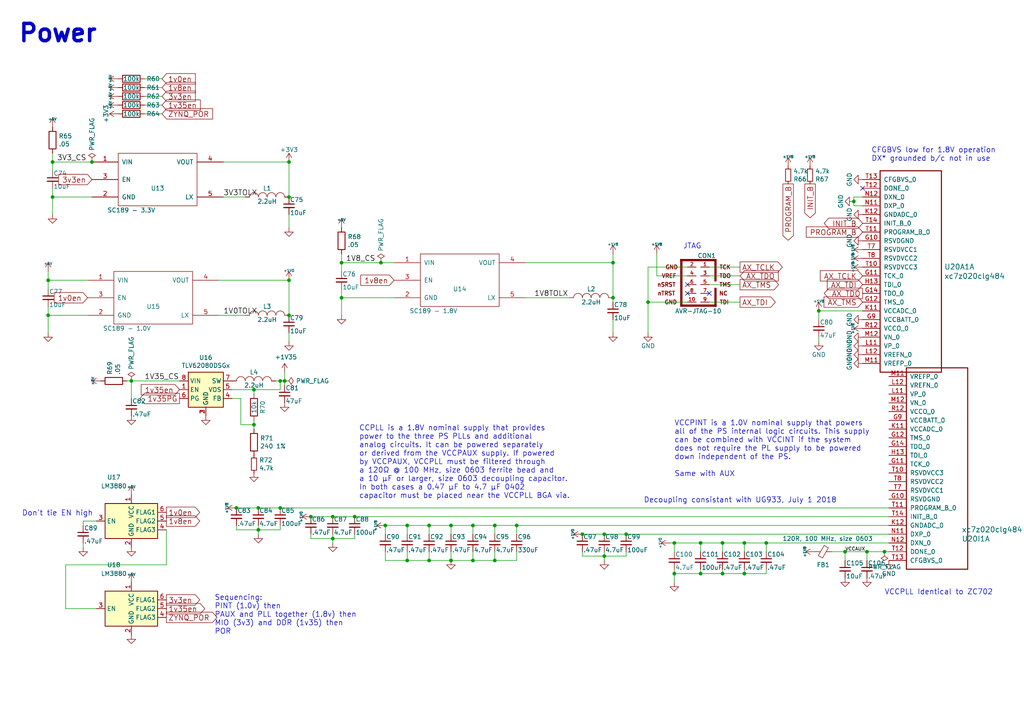
<source format=kicad_sch>
(kicad_sch (version 20231120) (generator "eeschema") (generator_version "8.0")
  (paper "A4")
  (junction (at 74.93 153.67))
  (junction (at 209.55 157.48))
  (junction (at 175.26 154.94))
  (junction (at 15.24 46.99))
  (junction (at 99.06 86.36))
  (junction (at 175.26 161.29))
  (junction (at 118.11 162.56))
  (junction (at 83.82 91.44))
  (junction (at 137.16 162.56))
  (junction (at 195.58 157.48))
  (junction (at 83.82 46.99))
  (junction (at 110.49 76.2))
  (junction (at 143.51 162.56))
  (junction (at 187.96 87.63))
  (junction (at 143.51 152.4))
  (junction (at 118.11 152.4))
  (junction (at 177.8 76.2))
  (junction (at 195.58 166.37))
  (junction (at 96.52 156.21))
  (junction (at 209.55 166.37))
  (junction (at 81.28 147.32))
  (junction (at 247.65 58.42))
  (junction (at 237.49 90.17))
  (junction (at 96.52 149.86))
  (junction (at 177.8 86.36))
  (junction (at 15.24 57.15))
  (junction (at 13.97 81.28))
  (junction (at 149.86 152.4))
  (junction (at 222.25 157.48))
  (junction (at 81.28 110.49))
  (junction (at 26.67 46.99))
  (junction (at 82.55 110.49))
  (junction (at 256.54 160.02))
  (junction (at 245.11 160.02))
  (junction (at 130.81 162.56))
  (junction (at 99.06 76.2))
  (junction (at 215.9 157.48))
  (junction (at 68.58 147.32))
  (junction (at 90.17 149.86))
  (junction (at 83.82 57.15))
  (junction (at 102.87 149.86))
  (junction (at 203.2 166.37))
  (junction (at 124.46 152.4))
  (junction (at 73.66 113.03))
  (junction (at 83.82 81.28))
  (junction (at 130.81 152.4))
  (junction (at 38.1 110.49))
  (junction (at 111.76 152.4))
  (junction (at 13.97 91.44))
  (junction (at 137.16 152.4))
  (junction (at 215.9 166.37))
  (junction (at 124.46 162.56))
  (junction (at 203.2 157.48))
  (junction (at 73.66 123.19))
  (junction (at 251.46 160.02))
  (junction (at 168.91 154.94))
  (junction (at 181.61 154.94))
  (junction (at 74.93 147.32))
  (no_connect (at 199.39 85.09))
  (no_connect (at 250.19 54.61))
  (no_connect (at 199.39 82.55))
  (no_connect (at 205.74 85.09))
  (wire (pts (xy 68.58 152.4) (xy 68.58 153.67)))
  (wire (pts (xy 143.51 152.4) (xy 149.86 152.4)))
  (wire (pts (xy 46.99 33.02) (xy 41.91 33.02)))
  (wire (pts (xy 175.26 161.29) (xy 175.26 162.56)))
  (wire (pts (xy 152.4 86.36) (xy 165.1 86.36)))
  (wire (pts (xy 96.52 156.21) (xy 96.52 154.94)))
  (wire (pts (xy 130.81 162.56) (xy 137.16 162.56)))
  (wire (pts (xy 203.2 157.48) (xy 209.55 157.48)))
  (wire (pts (xy 38.1 115.57) (xy 38.1 110.49)))
  (wire (pts (xy 111.76 162.56) (xy 118.11 162.56)))
  (wire (pts (xy 215.9 166.37) (xy 215.9 165.1)))
  (wire (pts (xy 222.25 157.48) (xy 222.25 160.02)))
  (wire (pts (xy 110.49 76.2) (xy 114.3 76.2)))
  (wire (pts (xy 68.58 153.67) (xy 74.93 153.67)))
  (wire (pts (xy 48.26 153.67) (xy 48.26 163.83)))
  (wire (pts (xy 181.61 161.29) (xy 181.61 160.02)))
  (wire (pts (xy 73.66 114.3) (xy 73.66 113.03)))
  (wire (pts (xy 69.85 123.19) (xy 73.66 123.19)))
  (wire (pts (xy 96.52 156.21) (xy 96.52 157.48)))
  (wire (pts (xy 124.46 152.4) (xy 130.81 152.4)))
  (wire (pts (xy 247.65 58.42) (xy 247.65 59.69)))
  (wire (pts (xy 73.66 123.19) (xy 73.66 121.92)))
  (wire (pts (xy 74.93 153.67) (xy 81.28 153.67)))
  (wire (pts (xy 13.97 81.28) (xy 13.97 83.82)))
  (wire (pts (xy 46.99 27.94) (xy 41.91 27.94)))
  (wire (pts (xy 195.58 166.37) (xy 203.2 166.37)))
  (wire (pts (xy 83.82 81.28) (xy 83.82 91.44)))
  (wire (pts (xy 82.55 110.49) (xy 82.55 107.95)))
  (wire (pts (xy 15.24 57.15) (xy 15.24 62.23)))
  (wire (pts (xy 74.93 153.67) (xy 74.93 152.4)))
  (wire (pts (xy 13.97 78.74) (xy 13.97 81.28)))
  (wire (pts (xy 27.94 151.13) (xy 24.13 151.13)))
  (wire (pts (xy 214.63 77.47) (xy 205.74 77.47)))
  (wire (pts (xy 46.99 22.86) (xy 41.91 22.86)))
  (wire (pts (xy 74.93 147.32) (xy 81.28 147.32)))
  (wire (pts (xy 73.66 124.46) (xy 73.66 123.19)))
  (wire (pts (xy 90.17 156.21) (xy 96.52 156.21)))
  (wire (pts (xy 215.9 157.48) (xy 222.25 157.48)))
  (wire (pts (xy 247.65 59.69) (xy 250.19 59.69)))
  (wire (pts (xy 209.55 157.48) (xy 209.55 160.02)))
  (wire (pts (xy 99.06 86.36) (xy 99.06 91.44)))
  (wire (pts (xy 245.11 160.02) (xy 245.11 162.56)))
  (wire (pts (xy 187.96 87.63) (xy 187.96 96.52)))
  (wire (pts (xy 15.24 46.99) (xy 15.24 49.53)))
  (wire (pts (xy 19.05 176.53) (xy 27.94 176.53)))
  (wire (pts (xy 83.82 62.23) (xy 83.82 66.04)))
  (wire (pts (xy 130.81 160.02) (xy 130.81 162.56)))
  (wire (pts (xy 41.91 30.48) (xy 46.99 30.48)))
  (wire (pts (xy 118.11 160.02) (xy 118.11 162.56)))
  (wire (pts (xy 168.91 160.02) (xy 168.91 161.29)))
  (wire (pts (xy 222.25 166.37) (xy 222.25 165.1)))
  (wire (pts (xy 250.19 57.15) (xy 247.65 57.15)))
  (wire (pts (xy 137.16 162.56) (xy 143.51 162.56)))
  (wire (pts (xy 24.13 157.48) (xy 24.13 158.75)))
  (wire (pts (xy 251.46 160.02) (xy 251.46 162.56)))
  (wire (pts (xy 247.65 57.15) (xy 247.65 58.42)))
  (wire (pts (xy 83.82 46.99) (xy 83.82 57.15)))
  (wire (pts (xy 168.91 161.29) (xy 175.26 161.29)))
  (wire (pts (xy 194.31 157.48) (xy 195.58 157.48)))
  (wire (pts (xy 237.49 90.17) (xy 237.49 92.71)))
  (wire (pts (xy 13.97 91.44) (xy 13.97 96.52)))
  (wire (pts (xy 74.93 153.67) (xy 74.93 154.94)))
  (wire (pts (xy 203.2 166.37) (xy 203.2 165.1)))
  (wire (pts (xy 214.63 82.55) (xy 205.74 82.55)))
  (wire (pts (xy 118.11 152.4) (xy 124.46 152.4)))
  (wire (pts (xy 83.82 96.52) (xy 83.82 99.06)))
  (wire (pts (xy 64.77 46.99) (xy 83.82 46.99)))
  (wire (pts (xy 90.17 149.86) (xy 96.52 149.86)))
  (wire (pts (xy 67.31 115.57) (xy 69.85 115.57)))
  (wire (pts (xy 187.96 77.47) (xy 187.96 87.63)))
  (wire (pts (xy 13.97 88.9) (xy 13.97 91.44)))
  (wire (pts (xy 124.46 154.94) (xy 124.46 152.4)))
  (wire (pts (xy 102.87 156.21) (xy 102.87 154.94)))
  (wire (pts (xy 13.97 91.44) (xy 25.4 91.44)))
  (wire (pts (xy 195.58 160.02) (xy 195.58 157.48)))
  (wire (pts (xy 241.3 160.02) (xy 245.11 160.02)))
  (wire (pts (xy 81.28 147.32) (xy 257.81 147.32)))
  (wire (pts (xy 143.51 162.56) (xy 149.86 162.56)))
  (wire (pts (xy 215.9 157.48) (xy 215.9 160.02)))
  (wire (pts (xy 15.24 54.61) (xy 15.24 57.15)))
  (wire (pts (xy 48.26 163.83) (xy 19.05 163.83)))
  (wire (pts (xy 149.86 162.56) (xy 149.86 160.02)))
  (wire (pts (xy 199.39 80.01) (xy 190.5 80.01)))
  (wire (pts (xy 257.81 160.02) (xy 256.54 160.02)))
  (wire (pts (xy 38.1 110.49) (xy 52.07 110.49)))
  (wire (pts (xy 111.76 160.02) (xy 111.76 162.56)))
  (wire (pts (xy 73.66 113.03) (xy 81.28 113.03)))
  (wire (pts (xy 250.19 90.17) (xy 237.49 90.17)))
  (wire (pts (xy 143.51 160.02) (xy 143.51 162.56)))
  (wire (pts (xy 99.06 76.2) (xy 110.49 76.2)))
  (wire (pts (xy 209.55 166.37) (xy 209.55 165.1)))
  (wire (pts (xy 90.17 154.94) (xy 90.17 156.21)))
  (wire (pts (xy 71.12 57.15) (xy 64.77 57.15)))
  (wire (pts (xy 124.46 160.02) (xy 124.46 162.56)))
  (wire (pts (xy 152.4 76.2) (xy 177.8 76.2)))
  (wire (pts (xy 96.52 156.21) (xy 102.87 156.21)))
  (wire (pts (xy 15.24 44.45) (xy 15.24 46.99)))
  (wire (pts (xy 67.31 113.03) (xy 73.66 113.03)))
  (wire (pts (xy 177.8 92.71) (xy 177.8 96.52)))
  (wire (pts (xy 63.5 91.44) (xy 71.12 91.44)))
  (wire (pts (xy 137.16 160.02) (xy 137.16 162.56)))
  (wire (pts (xy 68.58 147.32) (xy 74.93 147.32)))
  (wire (pts (xy 118.11 152.4) (xy 118.11 154.94)))
  (wire (pts (xy 222.25 157.48) (xy 257.81 157.48)))
  (wire (pts (xy 124.46 162.56) (xy 130.81 162.56)))
  (wire (pts (xy 130.81 152.4) (xy 137.16 152.4)))
  (wire (pts (xy 199.39 77.47) (xy 187.96 77.47)))
  (wire (pts (xy 181.61 154.94) (xy 257.81 154.94)))
  (wire (pts (xy 190.5 80.01) (xy 190.5 73.66)))
  (wire (pts (xy 215.9 166.37) (xy 222.25 166.37)))
  (wire (pts (xy 99.06 83.82) (xy 99.06 86.36)))
  (wire (pts (xy 175.26 154.94) (xy 181.61 154.94)))
  (wire (pts (xy 203.2 157.48) (xy 203.2 160.02)))
  (wire (pts (xy 199.39 87.63) (xy 187.96 87.63)))
  (wire (pts (xy 195.58 166.37) (xy 195.58 168.91)))
  (wire (pts (xy 137.16 152.4) (xy 143.51 152.4)))
  (wire (pts (xy 256.54 160.02) (xy 251.46 160.02)))
  (wire (pts (xy 214.63 80.01) (xy 205.74 80.01)))
  (wire (pts (xy 24.13 151.13) (xy 24.13 152.4)))
  (wire (pts (xy 143.51 154.94) (xy 143.51 152.4)))
  (wire (pts (xy 15.24 57.15) (xy 26.67 57.15)))
  (wire (pts (xy 81.28 110.49) (xy 82.55 110.49)))
  (wire (pts (xy 13.97 81.28) (xy 25.4 81.28)))
  (wire (pts (xy 149.86 152.4) (xy 149.86 154.94)))
  (wire (pts (xy 82.55 110.49) (xy 82.55 111.76)))
  (wire (pts (xy 99.06 76.2) (xy 99.06 78.74)))
  (wire (pts (xy 209.55 166.37) (xy 215.9 166.37)))
  (wire (pts (xy 175.26 161.29) (xy 175.26 160.02)))
  (wire (pts (xy 99.06 86.36) (xy 114.3 86.36)))
  (wire (pts (xy 177.8 73.66) (xy 177.8 76.2)))
  (wire (pts (xy 81.28 153.67) (xy 81.28 152.4)))
  (wire (pts (xy 99.06 73.66) (xy 99.06 76.2)))
  (wire (pts (xy 118.11 162.56) (xy 124.46 162.56)))
  (wire (pts (xy 41.91 25.4) (xy 46.99 25.4)))
  (wire (pts (xy 195.58 165.1) (xy 195.58 166.37)))
  (wire (pts (xy 111.76 152.4) (xy 118.11 152.4)))
  (wire (pts (xy 177.8 86.36) (xy 177.8 87.63)))
  (wire (pts (xy 168.91 154.94) (xy 175.26 154.94)))
  (wire (pts (xy 80.01 110.49) (xy 81.28 110.49)))
  (wire (pts (xy 237.49 97.79) (xy 237.49 99.06)))
  (wire (pts (xy 36.83 110.49) (xy 38.1 110.49)))
  (wire (pts (xy 130.81 154.94) (xy 130.81 152.4)))
  (wire (pts (xy 214.63 87.63) (xy 205.74 87.63)))
  (wire (pts (xy 111.76 154.94) (xy 111.76 152.4)))
  (wire (pts (xy 149.86 152.4) (xy 257.81 152.4)))
  (wire (pts (xy 96.52 149.86) (xy 102.87 149.86)))
  (wire (pts (xy 15.24 46.99) (xy 26.67 46.99)))
  (wire (pts (xy 102.87 149.86) (xy 257.81 149.86)))
  (wire (pts (xy 137.16 154.94) (xy 137.16 152.4)))
  (wire (pts (xy 245.11 160.02) (xy 251.46 160.02)))
  (wire (pts (xy 63.5 81.28) (xy 83.82 81.28)))
  (wire (pts (xy 81.28 113.03) (xy 81.28 110.49)))
  (wire (pts (xy 19.05 163.83) (xy 19.05 176.53)))
  (wire (pts (xy 69.85 115.57) (xy 69.85 123.19)))
  (wire (pts (xy 175.26 161.29) (xy 181.61 161.29)))
  (wire (pts (xy 203.2 166.37) (xy 209.55 166.37)))
  (wire (pts (xy 209.55 157.48) (xy 215.9 157.48)))
  (wire (pts (xy 195.58 157.48) (xy 203.2 157.48)))
  (wire (pts (xy 177.8 76.2) (xy 177.8 86.36)))
  (text "Sequencing: \nPINT (1.0v) then \nPAUX and PLL together (1.8v) then\nMIO (3v3) and DDR (1v35) then\nPOR" (at 62.23 184.15 0) (effects (font (size 1.524 1.524)) (justify left bottom)))
  (text "Don't tie EN high" (at 6.35 149.86 0) (effects (font (size 1.5494 1.5494)) (justify left bottom)))
  (text "Power" (at 5.08 12.7 0) (effects (font (size 5.0038 5.0038) (thickness 1.0008) (bold yes)) (justify left bottom)))
  (text "VCCPLL Identical to ZC702" (at 256.54 172.72 0) (effects (font (size 1.524 1.524)) (justify left bottom)))
  (text "VCCPINT is a 1.0V nominal supply that powers \nall of the PS internal logic circuits. This supply \ncan be combined with VCCINT if the system \ndoes not require the PL supply to be powered \ndown independent of the PS.\n\nSame with AUX" (at 195.58 138.43 0) (effects (font (size 1.524 1.524)) (justify left bottom)))
  (text "CCPLL is a 1.8V nominal supply that provides \npower to the three PS PLLs and additional\nanalog circuits. It can be powered separately \nor derived from the VCCPAUX supply. If powered\nby VCCPAUX, VCCPLL must be filtered through \na 120Ω @ 100 MHz, size 0603 ferrite bead and\na 10 µF or larger, size 0603 decoupling capacitor. \nIn both cases a 0.47 µF to 4.7 µF 0402\ncapacitor must be placed near the VCCPLL BGA via. " (at 104.14 144.78 0) (effects (font (size 1.524 1.524)) (justify left bottom)))
  (text "CFGBVS low for 1.8V operation\nDX* grounded b/c not in use" (at 252.73 46.99 0) (effects (font (size 1.524 1.524)) (justify left bottom)))
  (text "JTAG" (at 198.12 72.39 0) (effects (font (size 1.524 1.524)) (justify left bottom)))
  (text "Decoupling consistant with UG933, July 1 2018" (at 186.69 146.05 0) (effects (font (size 1.524 1.524)) (justify left bottom)))
  (label "1V8TOLX" (at 154.94 86.36 0) (effects (font (size 1.524 1.524))))
  (label "3V3_CS" (at 16.51 46.99 0) (effects (font (size 1.524 1.524))))
  (label "VCCAUX" (at 245.11 160.02 0) (effects (font (size 0.9906 0.9906))))
  (label "1V8_CS" (at 100.33 76.2 0) (effects (font (size 1.524 1.524))))
  (label "3V3TOLX" (at 64.77 57.15 0) (effects (font (size 1.524 1.524))))
  (label "1V35_CS" (at 41.91 110.49 0) (effects (font (size 1.524 1.524))))
  (label "1V0TOLX" (at 64.77 91.44 0) (effects (font (size 1.524 1.524))))
  (global_label "INIT_B" (shape bidirectional) (at 250.19 64.77 180) (effects (font (size 1.524 1.524))) (property "Intersheetrefs" "${INTERSHEET_REFS}" (effects (hide yes))))
  (global_label "1v0en" (shape output) (at 48.26 148.59 0) (effects (font (size 1.524 1.524))) (property "Intersheetrefs" "${INTERSHEET_REFS}" (effects (hide yes))))
  (global_label "1v0en" (shape input) (at 25.4 86.36 180) (effects (font (size 1.524 1.524))) (property "Intersheetrefs" "${INTERSHEET_REFS}" (effects (hide yes))))
  (global_label "AX_TCLK" (shape output) (at 214.63 77.47 0) (effects (font (size 1.524 1.524))) (property "Intersheetrefs" "${INTERSHEET_REFS}" (effects (hide yes))))
  (global_label "ZYNQ_POR" (shape input) (at 46.99 33.02 0) (effects (font (size 1.524 1.524))) (property "Intersheetrefs" "${INTERSHEET_REFS}" (effects (hide yes))))
  (global_label "1v35en" (shape input) (at 46.99 30.48 0) (effects (font (size 1.524 1.524))) (property "Intersheetrefs" "${INTERSHEET_REFS}" (effects (hide yes))))
  (global_label "INIT_B" (shape output) (at 234.95 53.34 270) (effects (font (size 1.524 1.524))) (property "Intersheetrefs" "${INTERSHEET_REFS}" (effects (hide yes))))
  (global_label "ZYNQ_POR" (shape output) (at 48.26 179.07 0) (effects (font (size 1.524 1.524))) (property "Intersheetrefs" "${INTERSHEET_REFS}" (effects (hide yes))))
  (global_label "AX_TDO" (shape output) (at 250.19 85.09 180) (effects (font (size 1.524 1.524))) (property "Intersheetrefs" "${INTERSHEET_REFS}" (effects (hide yes))))
  (global_label "3v3en" (shape output) (at 48.26 173.99 0) (effects (font (size 1.524 1.524))) (property "Intersheetrefs" "${INTERSHEET_REFS}" (effects (hide yes))))
  (global_label "1v35en" (shape output) (at 48.26 176.53 0) (effects (font (size 1.524 1.524))) (property "Intersheetrefs" "${INTERSHEET_REFS}" (effects (hide yes))))
  (global_label "1v35en" (shape input) (at 52.07 113.03 180) (effects (font (size 1.524 1.524))) (property "Intersheetrefs" "${INTERSHEET_REFS}" (effects (hide yes))))
  (global_label "1v35PG" (shape output) (at 52.07 115.57 180) (effects (font (size 1.524 1.524))) (property "Intersheetrefs" "${INTERSHEET_REFS}" (effects (hide yes))))
  (global_label "PROGRAM_B" (shape output) (at 228.6 53.34 270) (effects (font (size 1.524 1.524))) (property "Intersheetrefs" "${INTERSHEET_REFS}" (effects (hide yes))))
  (global_label "AX_TDI" (shape input) (at 250.19 82.55 180) (effects (font (size 1.524 1.524))) (property "Intersheetrefs" "${INTERSHEET_REFS}" (effects (hide yes))))
  (global_label "AX_TMS" (shape output) (at 214.63 82.55 0) (effects (font (size 1.524 1.524))) (property "Intersheetrefs" "${INTERSHEET_REFS}" (effects (hide yes))))
  (global_label "1v8en" (shape output) (at 48.26 151.13 0) (effects (font (size 1.524 1.524))) (property "Intersheetrefs" "${INTERSHEET_REFS}" (effects (hide yes))))
  (global_label "3v3en" (shape input) (at 26.67 52.07 180) (effects (font (size 1.524 1.524))) (property "Intersheetrefs" "${INTERSHEET_REFS}" (effects (hide yes))))
  (global_label "AX_TDI" (shape output) (at 214.63 87.63 0) (effects (font (size 1.524 1.524))) (property "Intersheetrefs" "${INTERSHEET_REFS}" (effects (hide yes))))
  (global_label "AX_TDO" (shape input) (at 214.63 80.01 0) (effects (font (size 1.524 1.524))) (property "Intersheetrefs" "${INTERSHEET_REFS}" (effects (hide yes))))
  (global_label "AX_TCLK" (shape input) (at 250.19 80.01 180) (effects (font (size 1.524 1.524))) (property "Intersheetrefs" "${INTERSHEET_REFS}" (effects (hide yes))))
  (global_label "3v3en" (shape input) (at 46.99 27.94 0) (effects (font (size 1.524 1.524))) (property "Intersheetrefs" "${INTERSHEET_REFS}" (effects (hide yes))))
  (global_label "AX_TMS" (shape input) (at 250.19 87.63 180) (effects (font (size 1.524 1.524))) (property "Intersheetrefs" "${INTERSHEET_REFS}" (effects (hide yes))))
  (global_label "1v8en" (shape input) (at 46.99 25.4 0) (effects (font (size 1.524 1.524))) (property "Intersheetrefs" "${INTERSHEET_REFS}" (effects (hide yes))))
  (global_label "1v8en" (shape input) (at 114.3 81.28 180) (effects (font (size 1.524 1.524))) (property "Intersheetrefs" "${INTERSHEET_REFS}" (effects (hide yes))))
  (global_label "PROGRAM_B" (shape input) (at 250.19 67.31 180) (effects (font (size 1.524 1.524))) (property "Intersheetrefs" "${INTERSHEET_REFS}" (effects (hide yes))))
  (global_label "1v0en" (shape input) (at 46.99 22.86 0) (effects (font (size 1.524 1.524))) (property "Intersheetrefs" "${INTERSHEET_REFS}" (effects (hide yes))))
  (symbol (lib_id "DFTBoard-rescue:AVR-JTAG-10-") (at 200.66 82.55 0) (mirror y) (unit 1)
    (property "Reference" "CON1" (at 204.978 74.168 0))
    (property "Value" "AVR-JTAG-10" (at 209.296 90.932 0) (effects (justify left bottom)))
    (property "Footprint" "DFTcustom:XilinxJTAG" (effects (hide yes)))
    (property "MFR" "DNS" (effects (hide yes)))
  )
  (symbol (lib_id "DFTBoard-rescue:GND-power") (at 187.96 96.52 0) (unit 1)
    (property "Reference" "#PWR0283" (effects (hide yes)))
    (property "Value" "GND" (at 187.96 100.33 0))
  )
  (symbol (lib_id "DFTBoard-rescue:+1V8-power") (at 190.5 73.66 0) (unit 1)
    (property "Reference" "#PWR0272" (effects (hide yes)))
    (property "Value" "+1V8" (at 190.5 70.866 0) (effects (font (size 0.762 0.762))))
  )
  (symbol (lib_id "Device:C_Small") (at 237.49 95.25 0) (unit 1)
    (property "Reference" "C80" (at 237.744 93.472 0) (effects (justify left)))
    (property "Value" "47uF" (at 237.744 97.282 0) (effects (justify left)))
    (property "Footprint" "Capacitor_SMD:C_0805_2012Metric" (effects (hide yes)))
    (property "MFR" "Murata" (effects (hide yes)))
    (property "MPN" "GRM219R60J476ME44D" (effects (hide yes)))
    (property "SPR" "Digikey" (effects (hide yes)))
    (property "SPN" "490-13249-1-ND" (effects (hide yes)))
  )
  (symbol (lib_id "DFTBoard-rescue:GND-power") (at 237.49 99.06 0) (unit 1)
    (property "Reference" "#PWR0286" (effects (hide yes)))
    (property "Value" "GND" (at 237.49 102.87 0))
  )
  (symbol (lib_id "DFTBoard-rescue:GND-power") (at 250.19 52.07 270) (unit 1)
    (property "Reference" "#PWR0263" (effects (hide yes)))
    (property "Value" "GND" (at 246.38 52.07 0))
  )
  (symbol (lib_id "DFTBoard-rescue:+1V8-power") (at 237.49 90.17 0) (unit 1)
    (property "Reference" "#PWR0277" (effects (hide yes)))
    (property "Value" "+1V8" (at 237.49 87.376 0) (effects (font (size 0.762 0.762))))
  )
  (symbol (lib_id "DFTBoard-rescue:+1V0-power") (at 194.31 157.48 90) (unit 1)
    (property "Reference" "#PWR0303" (effects (hide yes)))
    (property "Value" "+1V0" (at 191.516 157.48 0) (effects (font (size 0.762 0.762))))
  )
  (symbol (lib_id "Device:C_Small") (at 203.2 162.56 0) (unit 1)
    (property "Reference" "C101" (at 203.454 160.782 0) (effects (justify left)))
    (property "Value" "100uF" (at 203.454 164.592 0) (effects (justify left)))
    (property "Footprint" "Capacitor_SMD:C_1210_3225Metric" (effects (hide yes)))
    (property "MFR" "TAIYO YUDEN" (effects (hide yes)))
    (property "MPN" "JMK325ABJ107MM-P" (effects (hide yes)))
    (property "SPR" "Digikey" (effects (hide yes)))
    (property "SPN" "587-4313-1-ND" (effects (hide yes)))
  )
  (symbol (lib_id "DFTBoard-rescue:GND-power") (at 195.58 168.91 0) (unit 1)
    (property "Reference" "#PWR0313" (effects (hide yes)))
    (property "Value" "GND" (effects (hide yes)))
  )
  (symbol (lib_id "DFTBoard-rescue:GND-power") (at 257.81 162.56 0) (unit 1)
    (property "Reference" "#PWR0309" (effects (hide yes)))
    (property "Value" "GND" (at 257.81 166.37 0))
  )
  (symbol (lib_id "DFTBoard-rescue:SC189-") (at 133.35 81.28 0) (unit 1)
    (property "Reference" "U14" (at 133.35 83.82 0))
    (property "Value" "SC189 - 1.8V" (at 125.73 90.17 0))
    (property "Footprint" "Package_TO_SOT_SMD:SOT-23-5" (effects (hide yes)))
    (property "Datasheet" "DOCUMENTATION" (effects (hide yes)))
    (property "MFR" "Semtech Corporation" (effects (hide yes)))
    (property "MPN" "SC189LSKTRT" (effects (hide yes)))
    (property "SPR" "Digikey" (effects (hide yes)))
    (property "SPN" "SC189LSKCT-ND" (effects (hide yes)))
  )
  (symbol (lib_id "DFTBoard-rescue:SC189-") (at 45.72 52.07 0) (unit 1)
    (property "Reference" "U13" (at 45.72 54.61 0))
    (property "Value" "SC189 - 3.3V" (at 38.1 60.96 0))
    (property "Footprint" "Package_TO_SOT_SMD:SOT-23-5" (effects (hide yes)))
    (property "Datasheet" "DOCUMENTATION" (effects (hide yes)))
    (property "MFR" "Semtech Corporation" (effects (hide yes)))
    (property "MPN" "SC189ZSKTRT" (effects (hide yes)))
    (property "SPR" "Digikey" (effects (hide yes)))
    (property "SPN" "SC189ZSKCT-ND" (effects (hide yes)))
  )
  (symbol (lib_id "DFTBoard-rescue:SC189-") (at 44.45 86.36 0) (unit 1)
    (property "Reference" "U15" (at 44.45 88.9 0))
    (property "Value" "SC189 - 1.0V" (at 36.83 95.25 0))
    (property "Footprint" "Package_TO_SOT_SMD:SOT-23-5" (effects (hide yes)))
    (property "Datasheet" "DOCUMENTATION" (effects (hide yes)))
    (property "MFR" "Semtech Corporation" (effects (hide yes)))
    (property "MPN" "SC189ASKTRT" (effects (hide yes)))
    (property "SPR" "Digikey" (effects (hide yes)))
    (property "SPN" "SC189ASKCT-ND" (effects (hide yes)))
  )
  (symbol (lib_id "DFTBoard-rescue:GND-power") (at 13.97 96.52 0) (unit 1)
    (property "Reference" "#PWR0281" (effects (hide yes)))
    (property "Value" "GND" (effects (hide yes)))
  )
  (symbol (lib_id "Device:C_Small") (at 15.24 52.07 0) (unit 1)
    (property "Reference" "C74" (at 15.494 50.292 0) (effects (justify left)))
    (property "Value" "10uF" (at 15.494 54.102 0) (effects (justify left)))
    (property "Footprint" "Capacitor_SMD:C_0603_1608Metric" (effects (hide yes)))
    (property "MFR" "Murata" (effects (hide yes)))
    (property "MPN" "GRM188R61A106KE69J" (effects (hide yes)))
    (property "SPR" "Digikey" (effects (hide yes)))
    (property "SPN" "490-14372-1-ND" (effects (hide yes)))
  )
  (symbol (lib_id "Device:C_Small") (at 99.06 81.28 0) (unit 1)
    (property "Reference" "C76" (at 99.314 79.502 0) (effects (justify left)))
    (property "Value" "10uF" (at 99.314 83.312 0) (effects (justify left)))
    (property "Footprint" "Capacitor_SMD:C_0603_1608Metric" (effects (hide yes)))
    (property "MFR" "Murata" (effects (hide yes)))
    (property "MPN" "GRM188R61A106KE69J" (effects (hide yes)))
    (property "SPR" "Digikey" (effects (hide yes)))
    (property "SPN" "490-14372-1-ND" (effects (hide yes)))
  )
  (symbol (lib_id "Device:C_Small") (at 13.97 86.36 0) (unit 1)
    (property "Reference" "C77" (at 14.224 84.582 0) (effects (justify left)))
    (property "Value" "10uF" (at 14.224 88.392 0) (effects (justify left)))
    (property "Footprint" "Capacitor_SMD:C_0603_1608Metric" (effects (hide yes)))
    (property "MFR" "Murata" (effects (hide yes)))
    (property "MPN" "GRM188R61A106KE69J" (effects (hide yes)))
    (property "SPR" "Digikey" (effects (hide yes)))
    (property "SPN" "490-14372-1-ND" (effects (hide yes)))
  )
  (symbol (lib_id "Device:C_Small") (at 83.82 59.69 0) (unit 1)
    (property "Reference" "C75" (at 84.074 57.912 0) (effects (justify left)))
    (property "Value" "10uF" (at 84.074 61.722 0) (effects (justify left)))
    (property "Footprint" "Capacitor_SMD:C_0603_1608Metric" (effects (hide yes)))
    (property "MFR" "Murata" (effects (hide yes)))
    (property "MPN" "GRM188R61A106KE69J" (effects (hide yes)))
    (property "SPR" "Digikey" (effects (hide yes)))
    (property "SPN" "490-14372-1-ND" (effects (hide yes)))
  )
  (symbol (lib_id "Device:C_Small") (at 83.82 93.98 0) (unit 1)
    (property "Reference" "C79" (at 84.074 92.202 0) (effects (justify left)))
    (property "Value" "10uF" (at 84.074 96.012 0) (effects (justify left)))
    (property "Footprint" "Capacitor_SMD:C_0603_1608Metric" (effects (hide yes)))
    (property "MFR" "Murata" (effects (hide yes)))
    (property "MPN" "GRM188R61A106KE69J" (effects (hide yes)))
    (property "SPR" "Digikey" (effects (hide yes)))
    (property "SPN" "490-14372-1-ND" (effects (hide yes)))
  )
  (symbol (lib_id "Device:C_Small") (at 177.8 90.17 0) (unit 1)
    (property "Reference" "C78" (at 178.054 88.392 0) (effects (justify left)))
    (property "Value" "10uF" (at 178.054 92.202 0) (effects (justify left)))
    (property "Footprint" "Capacitor_SMD:C_0603_1608Metric" (effects (hide yes)))
    (property "MFR" "Murata" (effects (hide yes)))
    (property "MPN" "GRM188R61A106KE69J" (effects (hide yes)))
    (property "SPR" "Digikey" (effects (hide yes)))
    (property "SPN" "490-14372-1-ND" (effects (hide yes)))
  )
  (symbol (lib_id "DFTBoard-rescue:GND-power") (at 83.82 66.04 0) (unit 1)
    (property "Reference" "#PWR0267" (effects (hide yes)))
    (property "Value" "GND" (effects (hide yes)))
  )
  (symbol (lib_id "DFTBoard-rescue:GND-power") (at 83.82 99.06 0) (unit 1)
    (property "Reference" "#PWR0285" (effects (hide yes)))
    (property "Value" "GND" (effects (hide yes)))
  )
  (symbol (lib_id "DFTBoard-rescue:GND-power") (at 177.8 96.52 0) (unit 1)
    (property "Reference" "#PWR0282" (effects (hide yes)))
    (property "Value" "GND" (effects (hide yes)))
  )
  (symbol (lib_id "DFTBoard-rescue:+1V0-power") (at 83.82 81.28 0) (unit 1)
    (property "Reference" "#PWR0276" (effects (hide yes)))
    (property "Value" "+1V0" (at 83.82 78.486 0) (effects (font (size 0.762 0.762))))
  )
  (symbol (lib_id "DFTBoard-rescue:+1V8-power") (at 177.8 73.66 0) (unit 1)
    (property "Reference" "#PWR0271" (effects (hide yes)))
    (property "Value" "+1V8" (at 177.8 70.866 0) (effects (font (size 0.762 0.762))))
  )
  (symbol (lib_id "DFTBoard-rescue:INDUCTOR_SMALL_P-") (at 77.47 57.15 0) (unit 1)
    (property "Reference" "L1" (at 77.47 54.61 0))
    (property "Value" "2.2uH" (at 77.47 58.42 0))
    (property "Footprint" "Capacitor_SMD:C_1812_4532Metric" (effects (hide yes)))
    (property "MFR" "Murata" (effects (hide yes)))
    (property "MPN" "LQH43PN2R2M26L" (effects (hide yes)))
    (property "SPR" "Digikey" (effects (hide yes)))
    (property "SPN" "490-12049-1-ND" (effects (hide yes)))
  )
  (symbol (lib_id "DFTBoard-rescue:INDUCTOR_SMALL_P-") (at 77.47 91.44 0) (unit 1)
    (property "Reference" "L3" (at 77.47 88.9 0))
    (property "Value" "2.2uH" (at 77.47 92.71 0))
    (property "Footprint" "Capacitor_SMD:C_1812_4532Metric" (effects (hide yes)))
    (property "MFR" "Murata" (effects (hide yes)))
    (property "MPN" "LQH43PN2R2M26L" (effects (hide yes)))
    (property "SPR" "Digikey" (effects (hide yes)))
    (property "SPN" "490-12049-1-ND" (effects (hide yes)))
  )
  (symbol (lib_id "DFTBoard-rescue:INDUCTOR_SMALL_P-") (at 171.45 86.36 0) (unit 1)
    (property "Reference" "L2" (at 171.45 83.82 0))
    (property "Value" "2.2uH" (at 171.45 87.63 0))
    (property "Footprint" "Capacitor_SMD:C_1812_4532Metric" (effects (hide yes)))
    (property "MFR" "Murata" (effects (hide yes)))
    (property "MPN" "LQH43PN2R2M26L" (effects (hide yes)))
    (property "SPR" "Digikey" (effects (hide yes)))
    (property "SPN" "490-12049-1-ND" (effects (hide yes)))
  )
  (symbol (lib_id "DFTBoard-rescue:+3V3-power") (at 83.82 46.99 0) (unit 1)
    (property "Reference" "#PWR0260" (effects (hide yes)))
    (property "Value" "+3V3" (at 83.82 43.434 0))
  )
  (symbol (lib_id "DFTBoard-rescue:GND-power") (at 15.24 62.23 0) (unit 1)
    (property "Reference" "#PWR0265" (effects (hide yes)))
    (property "Value" "GND" (effects (hide yes)))
  )
  (symbol (lib_id "DFTBoard-rescue:GND-power") (at 99.06 91.44 0) (unit 1)
    (property "Reference" "#PWR0278" (effects (hide yes)))
    (property "Value" "GND" (effects (hide yes)))
  )
  (symbol (lib_id "Device:C_Small") (at 251.46 165.1 0) (unit 1)
    (property "Reference" "C106" (at 251.714 163.322 0) (effects (justify left)))
    (property "Value" ".47uF" (at 251.714 167.132 0) (effects (justify left)))
    (property "Footprint" "Capacitor_SMD:C_0402_1005Metric" (effects (hide yes)))
    (property "MFR" "Yageo" (effects (hide yes)))
    (property "MPN" "CC0402KRX5R5BB474" (effects (hide yes)))
    (property "SPR" "Digikey" (effects (hide yes)))
    (property "SPN" "311-1684-1-ND" (effects (hide yes)))
  )
  (symbol (lib_id "DFTBoard-rescue:GND-power") (at 251.46 167.64 0) (unit 1)
    (property "Reference" "#PWR0311" (effects (hide yes)))
    (property "Value" "GND" (effects (hide yes)))
  )
  (symbol (lib_id "DFTBoard-rescue:Ferrite_Bead_Small-Device") (at 238.76 160.02 270) (unit 1)
    (property "Reference" "FB1" (at 238.76 163.83 90))
    (property "Value" "120R, 100 MHz, size 0603" (at 240.03 156.21 90))
    (property "Footprint" "Capacitor_SMD:C_0603_1608Metric" (effects (hide yes)))
    (property "MFR" "Murata Electronics" (effects (hide yes)))
    (property "MPN" "BLM18AG121SN1D" (effects (hide yes)))
    (property "SPR" "Digikey" (effects (hide yes)))
    (property "SPN" "490-1011-1-ND" (effects (hide yes)))
    (property "SPURL" "-" (effects (hide yes)))
  )
  (symbol (lib_id "DFTBoard-rescue:+1V8-power") (at 236.22 160.02 90) (unit 1)
    (property "Reference" "#PWR0306" (effects (hide yes)))
    (property "Value" "+1V8" (at 233.426 160.02 0) (effects (font (size 0.762 0.762))))
  )
  (symbol (lib_id "Device:C_Small") (at 245.11 165.1 0) (unit 1)
    (property "Reference" "C105" (at 245.364 163.322 0) (effects (justify left)))
    (property "Value" "10uF" (at 245.364 167.132 0) (effects (justify left)))
    (property "Footprint" "Capacitor_SMD:C_0603_1608Metric" (effects (hide yes)))
    (property "MFR" "Murata" (effects (hide yes)))
    (property "MPN" "GRM188R61A106KE69J" (effects (hide yes)))
    (property "SPR" "Digikey" (effects (hide yes)))
    (property "SPN" "490-14372-1-ND" (effects (hide yes)))
  )
  (symbol (lib_id "DFTBoard-rescue:GND-power") (at 245.11 167.64 0) (unit 1)
    (property "Reference" "#PWR0310" (effects (hide yes)))
    (property "Value" "GND" (effects (hide yes)))
  )
  (symbol (lib_id "Device:C_Small") (at 149.86 157.48 0) (unit 1)
    (property "Reference" "C96" (at 150.114 155.702 0) (effects (justify left)))
    (property "Value" "330uF" (at 150.114 159.512 0) (effects (justify left)))
    (property "Footprint" "Capacitor_SMD:C_1206_3216Metric" (effects (hide yes)))
    (property "MFR" "AVX Corporation" (effects (hide yes)))
    (property "MPN" "F950G337MAAAQ2" (effects (hide yes)))
    (property "SPR" "Digikey" (effects (hide yes)))
    (property "SPN" "478-8378-1-ND" (effects (hide yes)))
    (property "SPURL" "-" (effects (hide yes)))
  )
  (symbol (lib_id "Device:C_Small") (at 143.51 157.48 0) (unit 1)
    (property "Reference" "C95" (at 143.764 155.702 0) (effects (justify left)))
    (property "Value" "4.7uF" (at 143.764 159.512 0) (effects (justify left)))
    (property "Footprint" "Capacitor_SMD:C_0402_1005Metric" (effects (hide yes)))
    (property "MFR" "Murata" (effects (hide yes)))
    (property "MPN" "GRM155R60G475ME47D" (effects (hide yes)))
    (property "SPR" "Digikey" (effects (hide yes)))
    (property "SPN" "490-11980-1-ND" (effects (hide yes)))
  )
  (symbol (lib_id "Device:C_Small") (at 137.16 157.48 0) (unit 1)
    (property "Reference" "C94" (at 137.414 155.702 0) (effects (justify left)))
    (property "Value" "4.7uF" (at 137.414 159.512 0) (effects (justify left)))
    (property "Footprint" "Capacitor_SMD:C_0402_1005Metric" (effects (hide yes)))
    (property "MFR" "Murata" (effects (hide yes)))
    (property "MPN" "GRM155R60G475ME47D" (effects (hide yes)))
    (property "SPR" "Digikey" (effects (hide yes)))
    (property "SPN" "490-11980-1-ND" (effects (hide yes)))
  )
  (symbol (lib_id "Device:C_Small") (at 130.81 157.48 0) (unit 1)
    (property "Reference" "C93" (at 131.064 155.702 0) (effects (justify left)))
    (property "Value" ".47uF" (at 131.064 159.512 0) (effects (justify left)))
    (property "Footprint" "Capacitor_SMD:C_0402_1005Metric" (effects (hide yes)))
    (property "MFR" "Yageo" (effects (hide yes)))
    (property "MPN" "CC0402KRX5R5BB474" (effects (hide yes)))
    (property "SPR" "Digikey" (effects (hide yes)))
    (property "SPN" "311-1684-1-ND" (effects (hide yes)))
  )
  (symbol (lib_id "Device:C_Small") (at 124.46 157.48 0) (unit 1)
    (property "Reference" "C92" (at 124.714 155.702 0) (effects (justify left)))
    (property "Value" ".47uF" (at 124.714 159.512 0) (effects (justify left)))
    (property "Footprint" "Capacitor_SMD:C_0402_1005Metric" (effects (hide yes)))
    (property "MFR" "Yageo" (effects (hide yes)))
    (property "MPN" "CC0402KRX5R5BB474" (effects (hide yes)))
    (property "SPR" "Digikey" (effects (hide yes)))
    (property "SPN" "311-1684-1-ND" (effects (hide yes)))
  )
  (symbol (lib_id "Device:C_Small") (at 118.11 157.48 0) (unit 1)
    (property "Reference" "C91" (at 118.364 155.702 0) (effects (justify left)))
    (property "Value" ".47uF" (at 118.364 159.512 0) (effects (justify left)))
    (property "Footprint" "Capacitor_SMD:C_0402_1005Metric" (effects (hide yes)))
    (property "MFR" "Yageo" (effects (hide yes)))
    (property "MPN" "CC0402KRX5R5BB474" (effects (hide yes)))
    (property "SPR" "Digikey" (effects (hide yes)))
    (property "SPN" "311-1684-1-ND" (effects (hide yes)))
  )
  (symbol (lib_id "Device:C_Small") (at 111.76 157.48 0) (unit 1)
    (property "Reference" "C90" (at 112.014 155.702 0) (effects (justify left)))
    (property "Value" ".47uF" (at 112.014 159.512 0) (effects (justify left)))
    (property "Footprint" "Capacitor_SMD:C_0402_1005Metric" (effects (hide yes)))
    (property "MFR" "Yageo" (effects (hide yes)))
    (property "MPN" "CC0402KRX5R5BB474" (effects (hide yes)))
    (property "SPR" "Digikey" (effects (hide yes)))
    (property "SPN" "311-1684-1-ND" (effects (hide yes)))
  )
  (symbol (lib_id "Device:C_Small") (at 209.55 162.56 0) (unit 1)
    (property "Reference" "C102" (at 209.804 160.782 0) (effects (justify left)))
    (property "Value" ".47uF" (at 209.804 164.592 0) (effects (justify left)))
    (property "Footprint" "Capacitor_SMD:C_0402_1005Metric" (effects (hide yes)))
    (property "MFR" "Yageo" (effects (hide yes)))
    (property "MPN" "CC0402KRX5R5BB474" (effects (hide yes)))
    (property "SPR" "Digikey" (effects (hide yes)))
    (property "SPN" "311-1684-1-ND" (effects (hide yes)))
  )
  (symbol (lib_id "Device:C_Small") (at 215.9 162.56 0) (unit 1)
    (property "Reference" "C103" (at 216.154 160.782 0) (effects (justify left)))
    (property "Value" ".47uF" (at 216.154 164.592 0) (effects (justify left)))
    (property "Footprint" "Capacitor_SMD:C_0402_1005Metric" (effects (hide yes)))
    (property "MFR" "Yageo" (effects (hide yes)))
    (property "MPN" "CC0402KRX5R5BB474" (effects (hide yes)))
    (property "SPR" "Digikey" (effects (hide yes)))
    (property "SPN" "311-1684-1-ND" (effects (hide yes)))
  )
  (symbol (lib_id "Device:C_Small") (at 222.25 162.56 0) (unit 1)
    (property "Reference" "C104" (at 222.504 160.782 0) (effects (justify left)))
    (property "Value" ".47uF" (at 222.504 164.592 0) (effects (justify left)))
    (property "Footprint" "Capacitor_SMD:C_0402_1005Metric" (effects (hide yes)))
    (property "MFR" "Yageo" (effects (hide yes)))
    (property "MPN" "CC0402KRX5R5BB474" (effects (hide yes)))
    (property "SPR" "Digikey" (effects (hide yes)))
    (property "SPN" "311-1684-1-ND" (effects (hide yes)))
  )
  (symbol (lib_id "Power_Supervisor:LM3880") (at 38.1 151.13 0) (unit 1)
    (property "Reference" "U17" (at 33.02 138.43 0))
    (property "Value" "LM3880" (at 33.02 140.97 0))
    (property "Footprint" "Package_TO_SOT_SMD:SOT-23-6" (effects (hide yes)))
    (property "Datasheet" "http://www.ti.com/lit/ds/symlink/lm3880.pdf" (effects (hide yes)))
    (property "MFR" "Texas Instruments" (effects (hide yes)))
    (property "MPN" "LM3880MF-1AE/NOPB" (effects (hide yes)))
    (property "SPR" "Digikey" (effects (hide yes)))
    (property "SPN" "LM3880MF-1AE/NOPBDKR-ND" (effects (hide yes)))
    (property "SPURL" "-" (effects (hide yes)))
  )
  (symbol (lib_id "Power_Supervisor:LM3880") (at 38.1 176.53 0) (unit 1)
    (property "Reference" "U18" (at 33.02 163.83 0))
    (property "Value" "LM3880" (at 33.02 166.37 0))
    (property "Footprint" "Package_TO_SOT_SMD:SOT-23-6" (effects (hide yes)))
    (property "Datasheet" "http://www.ti.com/lit/ds/symlink/lm3880.pdf" (effects (hide yes)))
    (property "MFR" "Texas Instruments" (effects (hide yes)))
    (property "MPN" "LM3880MF-1AE/NOPB" (effects (hide yes)))
    (property "SPR" "Digikey" (effects (hide yes)))
    (property "SPN" "LM3880MF-1AE/NOPBDKR-ND" (effects (hide yes)))
    (property "SPURL" "-" (effects (hide yes)))
  )
  (symbol (lib_id "DFTBoard-rescue:+5V-power") (at 38.1 143.51 0) (unit 1)
    (property "Reference" "#PWR0296" (effects (hide yes)))
    (property "Value" "+5V" (at 38.1 141.224 0) (effects (font (size 0.762 0.762))))
  )
  (symbol (lib_id "DFTBoard-rescue:+5V-power") (at 38.1 168.91 0) (unit 1)
    (property "Reference" "#PWR0312" (effects (hide yes)))
    (property "Value" "+5V" (at 38.1 166.624 0) (effects (font (size 0.762 0.762))))
  )
  (symbol (lib_id "DFTBoard-rescue:GND-power") (at 38.1 158.75 0) (unit 1)
    (property "Reference" "#PWR0305" (effects (hide yes)))
    (property "Value" "GND" (effects (hide yes)))
  )
  (symbol (lib_id "DFTBoard-rescue:GND-power") (at 38.1 184.15 0) (unit 1)
    (property "Reference" "#PWR0314" (effects (hide yes)))
    (property "Value" "GND" (effects (hide yes)))
  )
  (symbol (lib_id "Device:R_Small") (at 228.6 50.8 0) (mirror x) (unit 1)
    (property "Reference" "R66" (at 230.0986 51.9684 0) (effects (justify left)))
    (property "Value" "4.7k" (at 230.0986 49.657 0) (effects (justify left)))
    (property "Footprint" "Resistor_SMD:R_0402_1005Metric" (effects (hide yes)))
    (property "MFR" "Yageo" (effects (hide yes)))
    (property "MPN" "RC0402JR-074K7L" (effects (hide yes)))
    (property "SPR" "Digikey" (effects (hide yes)))
    (property "SPN" "311-4.7KJRCT-ND" (effects (hide yes)))
    (property "SPURL" "-" (effects (hide yes)))
  )
  (symbol (lib_id "DFTBoard-rescue:+5V-power") (at 99.06 66.04 0) (unit 1)
    (property "Reference" "#PWR0268" (effects (hide yes)))
    (property "Value" "+5V" (at 99.06 63.754 0) (effects (font (size 0.762 0.762))))
  )
  (symbol (lib_id "DFTBoard-rescue:+1V8-power") (at 228.6 48.26 0) (mirror y) (unit 1)
    (property "Reference" "#PWR0261" (effects (hide yes)))
    (property "Value" "+1V8" (at 228.6 45.466 0) (effects (font (size 0.762 0.762))))
  )
  (symbol (lib_id "DFTBoard-rescue:PWR_FLAG-power") (at 256.54 160.02 180) (unit 1)
    (property "Reference" "#FLG08" (effects (hide yes)))
    (property "Value" "PWR_FLAG" (at 256.54 164.4142 0))
  )
  (symbol (lib_id "Device:R") (at 38.1 22.86 90) (unit 1)
    (property "Reference" "R60" (at 44.45 22.86 90))
    (property "Value" "100k" (at 38.1 22.86 90))
    (property "Footprint" "Resistor_SMD:R_0402_1005Metric" (effects (hide yes)))
    (property "MFR" "Yageo" (effects (hide yes)))
    (property "MPN" "RC0402FR-07100KL" (effects (hide yes)))
    (property "SPR" "Digikey" (effects (hide yes)))
    (property "SPN" "311-100KLRTR-ND" (effects (hide yes)))
  )
  (symbol (lib_id "Device:R_Small") (at 234.95 50.8 0) (mirror x) (unit 1)
    (property "Reference" "R67" (at 236.4486 51.9684 0) (effects (justify left)))
    (property "Value" "4.7k" (at 236.4486 49.657 0) (effects (justify left)))
    (property "Footprint" "Resistor_SMD:R_0402_1005Metric" (effects (hide yes)))
    (property "MFR" "Yageo" (effects (hide yes)))
    (property "MPN" "RC0402JR-074K7L" (effects (hide yes)))
    (property "SPR" "Digikey" (effects (hide yes)))
    (property "SPN" "311-4.7KJRCT-ND" (effects (hide yes)))
    (property "SPURL" "-" (effects (hide yes)))
  )
  (symbol (lib_id "DFTBoard-rescue:+1V8-power") (at 234.95 48.26 0) (mirror y) (unit 1)
    (property "Reference" "#PWR0262" (effects (hide yes)))
    (property "Value" "+1V8" (at 234.95 45.466 0) (effects (font (size 0.762 0.762))))
  )
  (symbol (lib_id "Device:R") (at 38.1 25.4 90) (unit 1)
    (property "Reference" "R61" (at 44.45 25.4 90))
    (property "Value" "100k" (at 38.1 25.4 90))
    (property "Footprint" "Resistor_SMD:R_0402_1005Metric" (effects (hide yes)))
    (property "MFR" "Yageo" (effects (hide yes)))
    (property "MPN" "RC0402FR-07100KL" (effects (hide yes)))
    (property "SPR" "Digikey" (effects (hide yes)))
    (property "SPN" "311-100KLRTR-ND" (effects (hide yes)))
  )
  (symbol (lib_id "Device:R") (at 38.1 27.94 90) (unit 1)
    (property "Reference" "R62" (at 44.45 27.94 90))
    (property "Value" "100k" (at 38.1 27.94 90))
    (property "Footprint" "Resistor_SMD:R_0402_1005Metric" (effects (hide yes)))
    (property "MFR" "Yageo" (effects (hide yes)))
    (property "MPN" "RC0402FR-07100KL" (effects (hide yes)))
    (property "SPR" "Digikey" (effects (hide yes)))
    (property "SPN" "311-100KLRTR-ND" (effects (hide yes)))
  )
  (symbol (lib_id "Device:R") (at 38.1 30.48 90) (unit 1)
    (property "Reference" "R63" (at 44.45 30.48 90))
    (property "Value" "100k" (at 38.1 30.48 90))
    (property "Footprint" "Resistor_SMD:R_0402_1005Metric" (effects (hide yes)))
    (property "MFR" "Yageo" (effects (hide yes)))
    (property "MPN" "RC0402FR-07100KL" (effects (hide yes)))
    (property "SPR" "Digikey" (effects (hide yes)))
    (property "SPN" "311-100KLRTR-ND" (effects (hide yes)))
  )
  (symbol (lib_id "Device:R") (at 38.1 33.02 90) (unit 1)
    (property "Reference" "R64" (at 44.45 33.02 90))
    (property "Value" "100k" (at 38.1 33.02 90))
    (property "Footprint" "Resistor_SMD:R_0402_1005Metric" (effects (hide yes)))
    (property "MFR" "Yageo" (effects (hide yes)))
    (property "MPN" "RC0402FR-07100KL" (effects (hide yes)))
    (property "SPR" "Digikey" (effects (hide yes)))
    (property "SPN" "311-100KLRTR-ND" (effects (hide yes)))
  )
  (symbol (lib_id "DFTBoard-rescue:+1V8-power") (at 250.19 74.93 90) (unit 1)
    (property "Reference" "#PWR0273" (effects (hide yes)))
    (property "Value" "+1V8" (at 247.396 74.93 0) (effects (font (size 0.762 0.762))))
  )
  (symbol (lib_id "DFTBoard-rescue:+1V8-power") (at 250.19 72.39 90) (unit 1)
    (property "Reference" "#PWR0270" (effects (hide yes)))
    (property "Value" "+1V8" (at 247.396 72.39 0) (effects (font (size 0.762 0.762))))
  )
  (symbol (lib_id "DFTBoard-rescue:+1V8-power") (at 250.19 95.25 90) (unit 1)
    (property "Reference" "#PWR0280" (effects (hide yes)))
    (property "Value" "+1V8" (at 247.396 95.25 0) (effects (font (size 0.762 0.762))))
  )
  (symbol (lib_id "DFTBoard-rescue:GND-power") (at 250.19 69.85 270) (unit 1)
    (property "Reference" "#PWR0269" (effects (hide yes)))
    (property "Value" "GND" (at 246.38 69.85 0))
  )
  (symbol (lib_id "DFTBoard-rescue:+3V3-power") (at 34.29 33.02 90) (unit 1)
    (property "Reference" "#PWR0258" (effects (hide yes)))
    (property "Value" "+3V3" (at 30.734 33.02 0))
  )
  (symbol (lib_id "Device:C_Small") (at 181.61 157.48 0) (unit 1)
    (property "Reference" "C99" (at 181.864 155.702 0) (effects (justify left)))
    (property "Value" "100uF" (at 181.864 159.512 0) (effects (justify left)))
    (property "Footprint" "Capacitor_SMD:C_1210_3225Metric" (effects (hide yes)))
    (property "MFR" "TAIYO YUDEN" (effects (hide yes)))
    (property "MPN" "JMK325ABJ107MM-P" (effects (hide yes)))
    (property "SPR" "Digikey" (effects (hide yes)))
    (property "SPN" "587-4313-1-ND" (effects (hide yes)))
  )
  (symbol (lib_id "Device:C_Small") (at 168.91 157.48 0) (unit 1)
    (property "Reference" "C97" (at 169.164 155.702 0) (effects (justify left)))
    (property "Value" ".47uF" (at 169.164 159.512 0) (effects (justify left)))
    (property "Footprint" "Capacitor_SMD:C_0402_1005Metric" (effects (hide yes)))
    (property "MFR" "Yageo" (effects (hide yes)))
    (property "MPN" "CC0402KRX5R5BB474" (effects (hide yes)))
    (property "SPR" "Digikey" (effects (hide yes)))
    (property "SPN" "311-1684-1-ND" (effects (hide yes)))
  )
  (symbol (lib_id "Device:C_Small") (at 175.26 157.48 0) (unit 1)
    (property "Reference" "C98" (at 175.514 155.702 0) (effects (justify left)))
    (property "Value" "4.7uF" (at 175.514 159.512 0) (effects (justify left)))
    (property "Footprint" "Capacitor_SMD:C_0402_1005Metric" (effects (hide yes)))
    (property "MFR" "Murata" (effects (hide yes)))
    (property "MPN" "GRM155R60G475ME47D" (effects (hide yes)))
    (property "SPR" "Digikey" (effects (hide yes)))
    (property "SPN" "490-11980-1-ND" (effects (hide yes)))
  )
  (symbol (lib_id "Device:C_Small") (at 24.13 154.94 0) (unit 1)
    (property "Reference" "C89" (at 24.384 153.162 0) (effects (justify left)))
    (property "Value" ".47uF" (at 24.384 156.972 0) (effects (justify left)))
    (property "Footprint" "Capacitor_SMD:C_0402_1005Metric" (effects (hide yes)))
    (property "MFR" "Yageo" (effects (hide yes)))
    (property "MPN" "CC0402KRX5R5BB474" (effects (hide yes)))
    (property "SPR" "Digikey" (effects (hide yes)))
    (property "SPN" "311-1684-1-ND" (effects (hide yes)))
  )
  (symbol (lib_id "DFTBoard-rescue:GND-power") (at 24.13 158.75 0) (unit 1)
    (property "Reference" "#PWR0304" (effects (hide yes)))
    (property "Value" "GND" (effects (hide yes)))
  )
  (symbol (lib_id "DFTBoard-rescue:GND-power") (at 175.26 162.56 0) (unit 1)
    (property "Reference" "#PWR0308" (effects (hide yes)))
    (property "Value" "GND" (effects (hide yes)))
  )
  (symbol (lib_id "Device:C_Small") (at 195.58 162.56 0) (unit 1)
    (property "Reference" "C100" (at 195.834 160.782 0) (effects (justify left)))
    (property "Value" "4.7uF" (at 195.834 164.592 0) (effects (justify left)))
    (property "Footprint" "Capacitor_SMD:C_0402_1005Metric" (effects (hide yes)))
    (property "MFR" "Murata" (effects (hide yes)))
    (property "MPN" "GRM155R60G475ME47D" (effects (hide yes)))
    (property "SPR" "Digikey" (effects (hide yes)))
    (property "SPN" "490-11980-1-ND" (effects (hide yes)))
  )
  (symbol (lib_id "DFTBoard-rescue:GND-power") (at 130.81 162.56 0) (unit 1)
    (property "Reference" "#PWR0307" (effects (hide yes)))
    (property "Value" "GND" (effects (hide yes)))
  )
  (symbol (lib_id "Device:C_Small") (at 102.87 152.4 0) (unit 1)
    (property "Reference" "C88" (at 103.124 150.622 0) (effects (justify left)))
    (property "Value" "100uF" (at 103.124 154.432 0) (effects (justify left)))
    (property "Footprint" "Capacitor_SMD:C_1210_3225Metric" (effects (hide yes)))
    (property "MFR" "TAIYO YUDEN" (effects (hide yes)))
    (property "MPN" "JMK325ABJ107MM-P" (effects (hide yes)))
    (property "SPR" "Digikey" (effects (hide yes)))
    (property "SPN" "587-4313-1-ND" (effects (hide yes)))
  )
  (symbol (lib_id "Device:C_Small") (at 90.17 152.4 0) (unit 1)
    (property "Reference" "C86" (at 90.424 150.622 0) (effects (justify left)))
    (property "Value" ".47uF" (at 90.424 154.432 0) (effects (justify left)))
    (property "Footprint" "Capacitor_SMD:C_0402_1005Metric" (effects (hide yes)))
    (property "MFR" "Yageo" (effects (hide yes)))
    (property "MPN" "CC0402KRX5R5BB474" (effects (hide yes)))
    (property "SPR" "Digikey" (effects (hide yes)))
    (property "SPN" "311-1684-1-ND" (effects (hide yes)))
  )
  (symbol (lib_id "Device:C_Small") (at 96.52 152.4 0) (unit 1)
    (property "Reference" "C87" (at 96.774 150.622 0) (effects (justify left)))
    (property "Value" "4.7uF" (at 96.774 154.432 0) (effects (justify left)))
    (property "Footprint" "Capacitor_SMD:C_0402_1005Metric" (effects (hide yes)))
    (property "MFR" "Murata" (effects (hide yes)))
    (property "MPN" "GRM155R60G475ME47D" (effects (hide yes)))
    (property "SPR" "Digikey" (effects (hide yes)))
    (property "SPN" "490-11980-1-ND" (effects (hide yes)))
  )
  (symbol (lib_id "DFTBoard-rescue:GND-power") (at 96.52 157.48 0) (unit 1)
    (property "Reference" "#PWR0302" (effects (hide yes)))
    (property "Value" "GND" (effects (hide yes)))
  )
  (symbol (lib_id "Device:C_Small") (at 81.28 149.86 0) (unit 1)
    (property "Reference" "C85" (at 81.534 148.082 0) (effects (justify left)))
    (property "Value" "100uF" (at 81.534 151.892 0) (effects (justify left)))
    (property "Footprint" "Capacitor_SMD:C_1210_3225Metric" (effects (hide yes)))
    (property "MFR" "TAIYO YUDEN" (effects (hide yes)))
    (property "MPN" "JMK325ABJ107MM-P" (effects (hide yes)))
    (property "SPR" "Digikey" (effects (hide yes)))
    (property "SPN" "587-4313-1-ND" (effects (hide yes)))
  )
  (symbol (lib_id "Device:C_Small") (at 68.58 149.86 0) (unit 1)
    (property "Reference" "C83" (at 68.834 148.082 0) (effects (justify left)))
    (property "Value" ".47uF" (at 68.834 151.892 0) (effects (justify left)))
    (property "Footprint" "Capacitor_SMD:C_0402_1005Metric" (effects (hide yes)))
    (property "MFR" "Yageo" (effects (hide yes)))
    (property "MPN" "CC0402KRX5R5BB474" (effects (hide yes)))
    (property "SPR" "Digikey" (effects (hide yes)))
    (property "SPN" "311-1684-1-ND" (effects (hide yes)))
  )
  (symbol (lib_id "Device:C_Small") (at 74.93 149.86 0) (unit 1)
    (property "Reference" "C84" (at 75.184 148.082 0) (effects (justify left)))
    (property "Value" "4.7uF" (at 75.184 151.892 0) (effects (justify left)))
    (property "Footprint" "Capacitor_SMD:C_0402_1005Metric" (effects (hide yes)))
    (property "MFR" "Murata" (effects (hide yes)))
    (property "MPN" "GRM155R60G475ME47D" (effects (hide yes)))
    (property "SPR" "Digikey" (effects (hide yes)))
    (property "SPN" "490-11980-1-ND" (effects (hide yes)))
  )
  (symbol (lib_id "DFTBoard-rescue:GND-power") (at 74.93 154.94 0) (unit 1)
    (property "Reference" "#PWR0300" (effects (hide yes)))
    (property "Value" "GND" (effects (hide yes)))
  )
  (symbol (lib_id "DFTBoard-rescue:GND-power") (at 247.65 58.42 270) (unit 1)
    (property "Reference" "#PWR0264" (effects (hide yes)))
    (property "Value" "GND" (at 243.84 58.42 0))
  )
  (symbol (lib_id "DFTBoard-rescue:GND-power") (at 250.19 62.23 270) (unit 1)
    (property "Reference" "#PWR0266" (effects (hide yes)))
    (property "Value" "GND" (at 246.38 62.23 0))
  )
  (symbol (lib_id "DFTBoard-rescue:+1V0-power") (at 90.17 149.86 90) (unit 1)
    (property "Reference" "#PWR0298" (effects (hide yes)))
    (property "Value" "+1V0" (at 87.376 149.86 0) (effects (font (size 0.762 0.762))))
  )
  (symbol (lib_id "DFTBoard-rescue:+1V8-power") (at 68.58 147.32 90) (unit 1)
    (property "Reference" "#PWR0297" (effects (hide yes)))
    (property "Value" "+1V8" (at 65.786 147.32 0) (effects (font (size 0.762 0.762))))
  )
  (symbol (lib_id "Regulator_Switching:TLV62080DSGx") (at 59.69 113.03 0) (unit 1)
    (property "Reference" "U16" (at 59.69 103.7082 0))
    (property "Value" "TLV62080DSGx" (at 59.69 106.0196 0))
    (property "Footprint" "Package_SON:WSON-8-1EP_2x2mm_P0.5mm_EP0.9x1.6mm" (effects (hide yes)))
    (property "Datasheet" "http://www.ti.com/lit/ds/symlink/tlv62080.pdf" (effects (hide yes)))
    (property "MFR" "Texas Instruments" (effects (hide yes)))
    (property "MPN" "TLV62080DSGR" (effects (hide yes)))
    (property "SPR" "Digikey" (effects (hide yes)))
    (property "SPN" "296-39270-6-ND" (effects (hide yes)))
    (property "SPURL" "-" (effects (hide yes)))
  )
  (symbol (lib_id "DFTBoard-rescue:GND-power") (at 59.69 120.65 0) (unit 1)
    (property "Reference" "#PWR0294" (effects (hide yes)))
    (property "Value" "GND" (effects (hide yes)))
  )
  (symbol (lib_id "DFTBoard-rescue:INDUCTOR_SMALL_P-") (at 73.66 110.49 0) (unit 1)
    (property "Reference" "L4" (at 73.66 107.95 0))
    (property "Value" "2.2uH" (at 73.66 111.76 0))
    (property "Footprint" "Capacitor_SMD:C_1812_4532Metric" (effects (hide yes)))
    (property "MFR" "Murata" (effects (hide yes)))
    (property "MPN" "LQH43PN2R2M26L" (effects (hide yes)))
    (property "SPR" "Digikey" (effects (hide yes)))
    (property "SPN" "490-12049-1-ND" (effects (hide yes)))
  )
  (symbol (lib_id "DFTBoard-rescue:GND-power") (at 250.19 105.41 270) (unit 1)
    (property "Reference" "#PWR0289" (effects (hide yes)))
    (property "Value" "GND" (at 246.38 105.41 0))
  )
  (symbol (lib_id "DFTBoard-rescue:GND-power") (at 250.19 102.87 270) (unit 1)
    (property "Reference" "#PWR0288" (effects (hide yes)))
    (property "Value" "GND" (at 246.38 102.87 0))
  )
  (symbol (lib_id "DFTBoard-rescue:GND-power") (at 250.19 100.33 270) (unit 1)
    (property "Reference" "#PWR0287" (effects (hide yes)))
    (property "Value" "GND" (at 246.38 100.33 0))
  )
  (symbol (lib_id "DFTBoard-rescue:GND-power") (at 250.19 97.79 270) (unit 1)
    (property "Reference" "#PWR0284" (effects (hide yes)))
    (property "Value" "GND" (at 246.38 97.79 0))
  )
  (symbol (lib_id "DFTBoard-rescue:+1V8-power") (at 250.19 77.47 90) (unit 1)
    (property "Reference" "#PWR0274" (effects (hide yes)))
    (property "Value" "+1V8" (at 247.396 77.47 0) (effects (font (size 0.762 0.762))))
  )
  (symbol (lib_id "DFTBoard-rescue:GND-power") (at 250.19 92.71 270) (unit 1)
    (property "Reference" "#PWR0279" (effects (hide yes)))
    (property "Value" "GND" (at 246.38 92.71 0))
  )
  (symbol (lib_id "xilinx7:xc7z020clg484") (at 250.19 52.07 0) (unit 1)
    (property "Reference" "U20A1" (at 273.8374 77.3938 0) (effects (font (size 1.524 1.524)) (justify left)))
    (property "Value" "xc7z020clg484" (at 273.8374 80.0862 0) (effects (font (size 1.524 1.524)) (justify left)))
    (property "Footprint" "DFTcustom:BGA-484_19.0x19.0mm_Layout22x22_P0.80mm_dia0.40mm" (effects (hide yes)))
    (property "MFR" "Xilinx" (effects (hide yes)))
    (property "MPN" "XC7Z020-1CLG484C" (effects (hide yes)))
    (property "SPR" "Digikey" (effects (hide yes)))
    (property "SPN" "122-1850-ND" (effects (hide yes)))
    (property "SPURL" "-" (effects (hide yes)))
  )
  (symbol (lib_id "DFTBoard-rescue:+1V35-power") (at 82.55 107.95 0) (unit 1)
    (property "Reference" "#PWR0290" (effects (hide yes)))
    (property "Value" "+1V35" (at 82.931 103.5558 0))
  )
  (symbol (lib_id "Device:R") (at 73.66 128.27 0) (unit 1)
    (property "Reference" "R71" (at 75.438 127.1016 0) (effects (justify left)))
    (property "Value" "240 1%" (at 75.438 129.413 0) (effects (justify left)))
    (property "Footprint" "Resistor_SMD:R_0402_1005Metric" (effects (hide yes)))
    (property "MFR" "Yageo" (effects (hide yes)))
    (property "MPN" "RC0402FR-07240RL" (effects (hide yes)))
    (property "SPR" "Digikey" (effects (hide yes)))
    (property "SPN" "311-240LRTR-ND" (effects (hide yes)))
    (property "SPURL" "-" (effects (hide yes)))
  )
  (symbol (lib_id "Device:R_Small") (at 73.66 134.62 0) (unit 1)
    (property "Reference" "R72" (at 75.1586 133.4516 0) (effects (justify left)))
    (property "Value" "4.7k" (at 75.1586 135.763 0) (effects (justify left)))
    (property "Footprint" "Resistor_SMD:R_0402_1005Metric" (effects (hide yes)))
    (property "MFR" "Yageo" (effects (hide yes)))
    (property "MPN" "RC0402JR-074K7L" (effects (hide yes)))
    (property "SPR" "Digikey" (effects (hide yes)))
    (property "SPN" "311-4.7KJRCT-ND" (effects (hide yes)))
    (property "SPURL" "-" (effects (hide yes)))
  )
  (symbol (lib_id "Device:R") (at 73.66 118.11 180) (unit 1)
    (property "Reference" "R70" (at 76.2 118.11 90))
    (property "Value" "10k" (at 73.66 118.11 90))
    (property "Footprint" "Resistor_SMD:R_0402_1005Metric" (effects (hide yes)))
    (property "MFR" "Yageo" (effects (hide yes)))
    (property "MPN" "RC0402FR-0710KL" (effects (hide yes)))
    (property "SPR" "Digikey" (effects (hide yes)))
    (property "SPN" "311-10.0KLRTR-ND" (effects (hide yes)))
  )
  (symbol (lib_id "DFTBoard-rescue:GND-power") (at 73.66 137.16 0) (unit 1)
    (property "Reference" "#PWR0295" (effects (hide yes)))
    (property "Value" "GND" (effects (hide yes)))
  )
  (symbol (lib_id "DFTBoard-rescue:GND-power") (at 82.55 116.84 0) (unit 1)
    (property "Reference" "#PWR0292" (effects (hide yes)))
    (property "Value" "GND" (effects (hide yes)))
  )
  (symbol (lib_id "xilinx7:xc7z020clg484") (at 257.81 162.56 0) (mirror x) (unit 1)
    (property "Reference" "U20I1" (at 278.9174 156.2862 0) (effects (font (size 1.524 1.524)) (justify left)))
    (property "Value" "xc7z020clg484" (at 278.9174 153.5938 0) (effects (font (size 1.524 1.524)) (justify left)))
    (property "Footprint" "DFTcustom:BGA-484_19.0x19.0mm_Layout22x22_P0.80mm_dia0.40mm" (effects (hide yes)))
    (property "MFR" "Xilinx" (effects (hide yes)))
    (property "MPN" "XC7Z020-1CLG484C" (effects (hide yes)))
    (property "SPR" "Digikey" (effects (hide yes)))
    (property "SPN" "122-1850-ND" (effects (hide yes)))
    (property "SPURL" "-" (effects (hide yes)))
  )
  (symbol (lib_id "Device:C_Small") (at 82.55 114.3 0) (unit 1)
    (property "Reference" "C81" (at 82.804 112.522 0) (effects (justify left)))
    (property "Value" "47uF" (at 82.804 116.332 0) (effects (justify left)))
    (property "Footprint" "Capacitor_SMD:C_0805_2012Metric" (effects (hide yes)))
    (property "MFR" "Murata" (effects (hide yes)))
    (property "MPN" "GRM219R60J476ME44D" (effects (hide yes)))
    (property "SPR" "Digikey" (effects (hide yes)))
    (property "SPN" "490-13249-1-ND" (effects (hide yes)))
    (property "SPURL" "-" (effects (hide yes)))
  )
  (symbol (lib_id "DFTBoard-rescue:+5V-power") (at 34.29 22.86 90) (unit 1)
    (property "Reference" "#PWR0254" (effects (hide yes)))
    (property "Value" "+5V" (at 32.004 22.86 0) (effects (font (size 0.762 0.762))))
  )
  (symbol (lib_id "DFTBoard-rescue:+5V-power") (at 34.29 25.4 90) (unit 1)
    (property "Reference" "#PWR0255" (effects (hide yes)))
    (property "Value" "+5V" (at 32.004 25.4 0) (effects (font (size 0.762 0.762))))
  )
  (symbol (lib_id "DFTBoard-rescue:+5V-power") (at 34.29 27.94 90) (unit 1)
    (property "Reference" "#PWR0256" (effects (hide yes)))
    (property "Value" "+5V" (at 32.004 27.94 0) (effects (font (size 0.762 0.762))))
  )
  (symbol (lib_id "DFTBoard-rescue:+5V-power") (at 34.29 30.48 90) (unit 1)
    (property "Reference" "#PWR0257" (effects (hide yes)))
    (property "Value" "+5V" (at 32.004 30.48 0) (effects (font (size 0.762 0.762))))
  )
  (symbol (lib_id "DFTBoard-rescue:PWR_FLAG") (at 82.55 110.49 270) (unit 1)
    (property "Reference" "#FLG07" (effects (hide yes)))
    (property "Value" "PWR_FLAG" (at 85.8012 110.49 90) (effects (justify left)))
  )
  (symbol (lib_id "DFTBoard-rescue:+1V8-power") (at 111.76 152.4 90) (unit 1)
    (property "Reference" "#PWR0299" (effects (hide yes)))
    (property "Value" "+1V8" (at 108.966 152.4 0) (effects (font (size 0.762 0.762))))
  )
  (symbol (lib_id "DFTBoard-rescue:+1V0-power") (at 168.91 154.94 90) (unit 1)
    (property "Reference" "#PWR0301" (effects (hide yes)))
    (property "Value" "+1V0" (at 166.116 154.94 0) (effects (font (size 0.762 0.762))))
  )
  (symbol (lib_id "Device:C_Small") (at 38.1 118.11 0) (unit 1)
    (property "Reference" "C82" (at 38.354 116.332 0) (effects (justify left)))
    (property "Value" ".47uF" (at 38.354 120.142 0) (effects (justify left)))
    (property "Footprint" "Capacitor_SMD:C_0402_1005Metric" (effects (hide yes)))
    (property "MFR" "Yageo" (effects (hide yes)))
    (property "MPN" "CC0402KRX5R5BB474" (effects (hide yes)))
    (property "SPR" "Digikey" (effects (hide yes)))
    (property "SPN" "311-1684-1-ND" (effects (hide yes)))
  )
  (symbol (lib_id "DFTBoard-rescue:GND-power") (at 38.1 120.65 0) (unit 1)
    (property "Reference" "#PWR0293" (effects (hide yes)))
    (property "Value" "GND" (effects (hide yes)))
  )
  (symbol (lib_id "DFTCustom:R") (at 99.06 69.85 0) (unit 1)
    (property "Reference" "R68" (at 100.838 68.6816 0) (effects (justify left)))
    (property "Value" ".05" (at 100.838 70.993 0) (effects (justify left)))
    (property "Footprint" "Resistor_SMD:R_2512_6332Metric" (effects (hide yes)))
    (property "MFR" "Bourns Inc" (effects (hide yes)))
    (property "MPN" "CRA2512-FZ-R050ELF" (effects (hide yes)))
    (property "SPR" "Digikey" (effects (hide yes)))
    (property "SPN" "CRA2512-FZ-R050ELFCT-ND" (effects (hide yes)))
    (property "SPURL" "-" (effects (hide yes)))
  )
  (symbol (lib_id "DFTBoard-rescue:+5V-power") (at 15.24 36.83 0) (unit 1)
    (property "Reference" "#PWR0259" (effects (hide yes)))
    (property "Value" "+5V" (at 15.24 34.544 0) (effects (font (size 0.762 0.762))))
  )
  (symbol (lib_id "DFTCustom:R") (at 15.24 40.64 0) (unit 1)
    (property "Reference" "R65" (at 17.018 39.4716 0) (effects (justify left)))
    (property "Value" ".05" (at 17.018 41.783 0) (effects (justify left)))
    (property "Footprint" "Resistor_SMD:R_2512_6332Metric" (effects (hide yes)))
    (property "MFR" "Bourns Inc" (effects (hide yes)))
    (property "MPN" "CRA2512-FZ-R050ELF" (effects (hide yes)))
    (property "SPR" "Digikey" (effects (hide yes)))
    (property "SPN" "CRA2512-FZ-R050ELFCT-ND" (effects (hide yes)))
    (property "SPURL" "-" (effects (hide yes)))
  )
  (symbol (lib_id "DFTBoard-rescue:+5V-power") (at 13.97 78.74 0) (unit 1)
    (property "Reference" "#PWR0275" (effects (hide yes)))
    (property "Value" "+5V" (at 13.97 76.454 0) (effects (font (size 0.762 0.762))))
  )
  (symbol (lib_id "DFTBoard-rescue:+5V-power") (at 29.21 110.49 90) (unit 1)
    (property "Reference" "#PWR0291" (effects (hide yes)))
    (property "Value" "+5V" (at 26.924 110.49 0) (effects (font (size 0.762 0.762))))
  )
  (symbol (lib_id "DFTCustom:R") (at 33.02 110.49 90) (unit 1)
    (property "Reference" "R69" (at 31.8516 108.712 0) (effects (justify left)))
    (property "Value" ".05" (at 34.163 108.712 0) (effects (justify left)))
    (property "Footprint" "Resistor_SMD:R_2512_6332Metric" (effects (hide yes)))
    (property "MFR" "Bourns Inc" (effects (hide yes)))
    (property "MPN" "CRA2512-FZ-R050ELF" (effects (hide yes)))
    (property "SPR" "Digikey" (effects (hide yes)))
    (property "SPN" "CRA2512-FZ-R050ELFCT-ND" (effects (hide yes)))
    (property "SPURL" "-" (effects (hide yes)))
  )
  (symbol (lib_id "DFTBoard-rescue:PWR_FLAG") (at 38.1 110.49 0) (unit 1)
    (property "Reference" "#FLG06" (effects (hide yes)))
    (property "Value" "PWR_FLAG" (at 38.1 107.2388 90) (effects (justify left)))
  )
  (symbol (lib_id "DFTBoard-rescue:PWR_FLAG") (at 26.67 46.99 0) (unit 1)
    (property "Reference" "#FLG04" (effects (hide yes)))
    (property "Value" "PWR_FLAG" (at 26.67 43.7388 90) (effects (justify left)))
  )
  (symbol (lib_id "DFTBoard-rescue:PWR_FLAG") (at 110.49 76.2 0) (unit 1)
    (property "Reference" "#FLG05" (effects (hide yes)))
    (property "Value" "PWR_FLAG" (at 110.49 72.9488 90) (effects (justify left)))
  )
)
</source>
